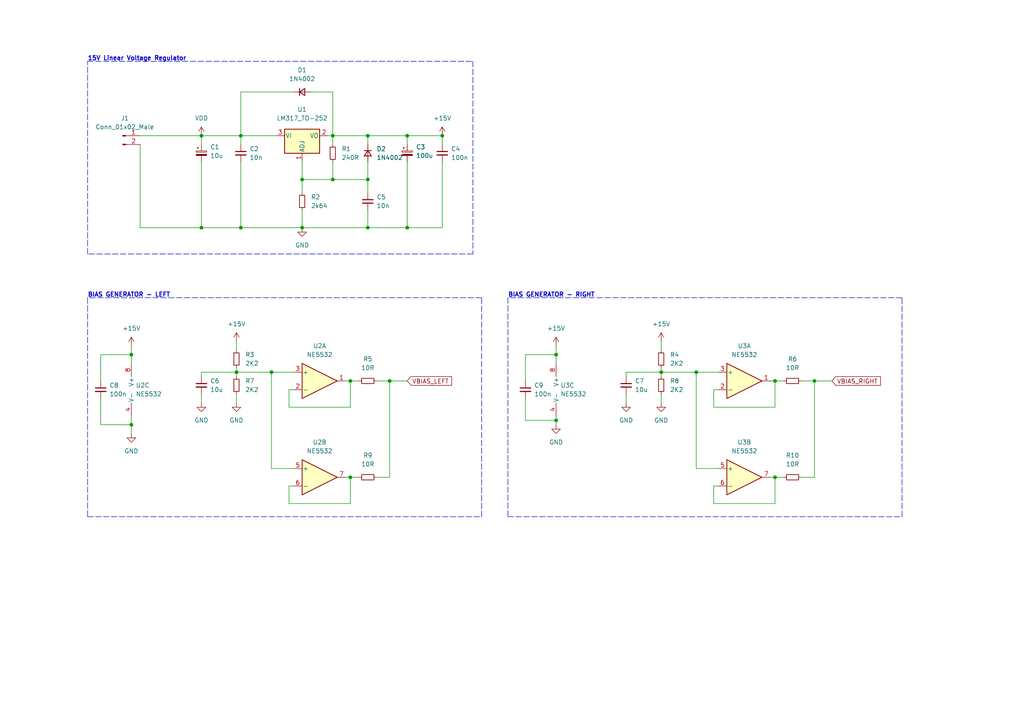
<source format=kicad_sch>
(kicad_sch (version 20211123) (generator eeschema)

  (uuid 949f7a8e-bbfa-437a-89cd-67782826bb7d)

  (paper "A4")

  (lib_symbols
    (symbol "Amplifier_Operational:NE5532" (pin_names (offset 0.127)) (in_bom yes) (on_board yes)
      (property "Reference" "U" (id 0) (at 0 5.08 0)
        (effects (font (size 1.27 1.27)) (justify left))
      )
      (property "Value" "NE5532" (id 1) (at 0 -5.08 0)
        (effects (font (size 1.27 1.27)) (justify left))
      )
      (property "Footprint" "" (id 2) (at 0 0 0)
        (effects (font (size 1.27 1.27)) hide)
      )
      (property "Datasheet" "http://www.ti.com/lit/ds/symlink/ne5532.pdf" (id 3) (at 0 0 0)
        (effects (font (size 1.27 1.27)) hide)
      )
      (property "ki_locked" "" (id 4) (at 0 0 0)
        (effects (font (size 1.27 1.27)))
      )
      (property "ki_keywords" "dual opamp" (id 5) (at 0 0 0)
        (effects (font (size 1.27 1.27)) hide)
      )
      (property "ki_description" "Dual Low-Noise Operational Amplifiers, DIP-8/SOIC-8" (id 6) (at 0 0 0)
        (effects (font (size 1.27 1.27)) hide)
      )
      (property "ki_fp_filters" "SOIC*3.9x4.9mm*P1.27mm* DIP*W7.62mm* TO*99* OnSemi*Micro8* TSSOP*3x3mm*P0.65mm* TSSOP*4.4x3mm*P0.65mm* MSOP*3x3mm*P0.65mm* SSOP*3.9x4.9mm*P0.635mm* LFCSP*2x2mm*P0.5mm* *SIP* SOIC*5.3x6.2mm*P1.27mm*" (id 7) (at 0 0 0)
        (effects (font (size 1.27 1.27)) hide)
      )
      (symbol "NE5532_1_1"
        (polyline
          (pts
            (xy -5.08 5.08)
            (xy 5.08 0)
            (xy -5.08 -5.08)
            (xy -5.08 5.08)
          )
          (stroke (width 0.254) (type default) (color 0 0 0 0))
          (fill (type background))
        )
        (pin output line (at 7.62 0 180) (length 2.54)
          (name "~" (effects (font (size 1.27 1.27))))
          (number "1" (effects (font (size 1.27 1.27))))
        )
        (pin input line (at -7.62 -2.54 0) (length 2.54)
          (name "-" (effects (font (size 1.27 1.27))))
          (number "2" (effects (font (size 1.27 1.27))))
        )
        (pin input line (at -7.62 2.54 0) (length 2.54)
          (name "+" (effects (font (size 1.27 1.27))))
          (number "3" (effects (font (size 1.27 1.27))))
        )
      )
      (symbol "NE5532_2_1"
        (polyline
          (pts
            (xy -5.08 5.08)
            (xy 5.08 0)
            (xy -5.08 -5.08)
            (xy -5.08 5.08)
          )
          (stroke (width 0.254) (type default) (color 0 0 0 0))
          (fill (type background))
        )
        (pin input line (at -7.62 2.54 0) (length 2.54)
          (name "+" (effects (font (size 1.27 1.27))))
          (number "5" (effects (font (size 1.27 1.27))))
        )
        (pin input line (at -7.62 -2.54 0) (length 2.54)
          (name "-" (effects (font (size 1.27 1.27))))
          (number "6" (effects (font (size 1.27 1.27))))
        )
        (pin output line (at 7.62 0 180) (length 2.54)
          (name "~" (effects (font (size 1.27 1.27))))
          (number "7" (effects (font (size 1.27 1.27))))
        )
      )
      (symbol "NE5532_3_1"
        (pin power_in line (at -2.54 -7.62 90) (length 3.81)
          (name "V-" (effects (font (size 1.27 1.27))))
          (number "4" (effects (font (size 1.27 1.27))))
        )
        (pin power_in line (at -2.54 7.62 270) (length 3.81)
          (name "V+" (effects (font (size 1.27 1.27))))
          (number "8" (effects (font (size 1.27 1.27))))
        )
      )
    )
    (symbol "Connector:Conn_01x02_Male" (pin_names (offset 1.016) hide) (in_bom yes) (on_board yes)
      (property "Reference" "J" (id 0) (at 0 2.54 0)
        (effects (font (size 1.27 1.27)))
      )
      (property "Value" "Conn_01x02_Male" (id 1) (at 0 -5.08 0)
        (effects (font (size 1.27 1.27)))
      )
      (property "Footprint" "" (id 2) (at 0 0 0)
        (effects (font (size 1.27 1.27)) hide)
      )
      (property "Datasheet" "~" (id 3) (at 0 0 0)
        (effects (font (size 1.27 1.27)) hide)
      )
      (property "ki_keywords" "connector" (id 4) (at 0 0 0)
        (effects (font (size 1.27 1.27)) hide)
      )
      (property "ki_description" "Generic connector, single row, 01x02, script generated (kicad-library-utils/schlib/autogen/connector/)" (id 5) (at 0 0 0)
        (effects (font (size 1.27 1.27)) hide)
      )
      (property "ki_fp_filters" "Connector*:*_1x??_*" (id 6) (at 0 0 0)
        (effects (font (size 1.27 1.27)) hide)
      )
      (symbol "Conn_01x02_Male_1_1"
        (polyline
          (pts
            (xy 1.27 -2.54)
            (xy 0.8636 -2.54)
          )
          (stroke (width 0.1524) (type default) (color 0 0 0 0))
          (fill (type none))
        )
        (polyline
          (pts
            (xy 1.27 0)
            (xy 0.8636 0)
          )
          (stroke (width 0.1524) (type default) (color 0 0 0 0))
          (fill (type none))
        )
        (rectangle (start 0.8636 -2.413) (end 0 -2.667)
          (stroke (width 0.1524) (type default) (color 0 0 0 0))
          (fill (type outline))
        )
        (rectangle (start 0.8636 0.127) (end 0 -0.127)
          (stroke (width 0.1524) (type default) (color 0 0 0 0))
          (fill (type outline))
        )
        (pin passive line (at 5.08 0 180) (length 3.81)
          (name "Pin_1" (effects (font (size 1.27 1.27))))
          (number "1" (effects (font (size 1.27 1.27))))
        )
        (pin passive line (at 5.08 -2.54 180) (length 3.81)
          (name "Pin_2" (effects (font (size 1.27 1.27))))
          (number "2" (effects (font (size 1.27 1.27))))
        )
      )
    )
    (symbol "Device:C_Polarized_Small" (pin_numbers hide) (pin_names (offset 0.254) hide) (in_bom yes) (on_board yes)
      (property "Reference" "C" (id 0) (at 0.254 1.778 0)
        (effects (font (size 1.27 1.27)) (justify left))
      )
      (property "Value" "C_Polarized_Small" (id 1) (at 0.254 -2.032 0)
        (effects (font (size 1.27 1.27)) (justify left))
      )
      (property "Footprint" "" (id 2) (at 0 0 0)
        (effects (font (size 1.27 1.27)) hide)
      )
      (property "Datasheet" "~" (id 3) (at 0 0 0)
        (effects (font (size 1.27 1.27)) hide)
      )
      (property "ki_keywords" "cap capacitor" (id 4) (at 0 0 0)
        (effects (font (size 1.27 1.27)) hide)
      )
      (property "ki_description" "Polarized capacitor, small symbol" (id 5) (at 0 0 0)
        (effects (font (size 1.27 1.27)) hide)
      )
      (property "ki_fp_filters" "CP_*" (id 6) (at 0 0 0)
        (effects (font (size 1.27 1.27)) hide)
      )
      (symbol "C_Polarized_Small_0_1"
        (rectangle (start -1.524 -0.3048) (end 1.524 -0.6858)
          (stroke (width 0) (type default) (color 0 0 0 0))
          (fill (type outline))
        )
        (rectangle (start -1.524 0.6858) (end 1.524 0.3048)
          (stroke (width 0) (type default) (color 0 0 0 0))
          (fill (type none))
        )
        (polyline
          (pts
            (xy -1.27 1.524)
            (xy -0.762 1.524)
          )
          (stroke (width 0) (type default) (color 0 0 0 0))
          (fill (type none))
        )
        (polyline
          (pts
            (xy -1.016 1.27)
            (xy -1.016 1.778)
          )
          (stroke (width 0) (type default) (color 0 0 0 0))
          (fill (type none))
        )
      )
      (symbol "C_Polarized_Small_1_1"
        (pin passive line (at 0 2.54 270) (length 1.8542)
          (name "~" (effects (font (size 1.27 1.27))))
          (number "1" (effects (font (size 1.27 1.27))))
        )
        (pin passive line (at 0 -2.54 90) (length 1.8542)
          (name "~" (effects (font (size 1.27 1.27))))
          (number "2" (effects (font (size 1.27 1.27))))
        )
      )
    )
    (symbol "Device:C_Small" (pin_numbers hide) (pin_names (offset 0.254) hide) (in_bom yes) (on_board yes)
      (property "Reference" "C" (id 0) (at 0.254 1.778 0)
        (effects (font (size 1.27 1.27)) (justify left))
      )
      (property "Value" "C_Small" (id 1) (at 0.254 -2.032 0)
        (effects (font (size 1.27 1.27)) (justify left))
      )
      (property "Footprint" "" (id 2) (at 0 0 0)
        (effects (font (size 1.27 1.27)) hide)
      )
      (property "Datasheet" "~" (id 3) (at 0 0 0)
        (effects (font (size 1.27 1.27)) hide)
      )
      (property "ki_keywords" "capacitor cap" (id 4) (at 0 0 0)
        (effects (font (size 1.27 1.27)) hide)
      )
      (property "ki_description" "Unpolarized capacitor, small symbol" (id 5) (at 0 0 0)
        (effects (font (size 1.27 1.27)) hide)
      )
      (property "ki_fp_filters" "C_*" (id 6) (at 0 0 0)
        (effects (font (size 1.27 1.27)) hide)
      )
      (symbol "C_Small_0_1"
        (polyline
          (pts
            (xy -1.524 -0.508)
            (xy 1.524 -0.508)
          )
          (stroke (width 0.3302) (type default) (color 0 0 0 0))
          (fill (type none))
        )
        (polyline
          (pts
            (xy -1.524 0.508)
            (xy 1.524 0.508)
          )
          (stroke (width 0.3048) (type default) (color 0 0 0 0))
          (fill (type none))
        )
      )
      (symbol "C_Small_1_1"
        (pin passive line (at 0 2.54 270) (length 2.032)
          (name "~" (effects (font (size 1.27 1.27))))
          (number "1" (effects (font (size 1.27 1.27))))
        )
        (pin passive line (at 0 -2.54 90) (length 2.032)
          (name "~" (effects (font (size 1.27 1.27))))
          (number "2" (effects (font (size 1.27 1.27))))
        )
      )
    )
    (symbol "Device:D_Small" (pin_numbers hide) (pin_names (offset 0.254) hide) (in_bom yes) (on_board yes)
      (property "Reference" "D" (id 0) (at -1.27 2.032 0)
        (effects (font (size 1.27 1.27)) (justify left))
      )
      (property "Value" "D_Small" (id 1) (at -3.81 -2.032 0)
        (effects (font (size 1.27 1.27)) (justify left))
      )
      (property "Footprint" "" (id 2) (at 0 0 90)
        (effects (font (size 1.27 1.27)) hide)
      )
      (property "Datasheet" "~" (id 3) (at 0 0 90)
        (effects (font (size 1.27 1.27)) hide)
      )
      (property "ki_keywords" "diode" (id 4) (at 0 0 0)
        (effects (font (size 1.27 1.27)) hide)
      )
      (property "ki_description" "Diode, small symbol" (id 5) (at 0 0 0)
        (effects (font (size 1.27 1.27)) hide)
      )
      (property "ki_fp_filters" "TO-???* *_Diode_* *SingleDiode* D_*" (id 6) (at 0 0 0)
        (effects (font (size 1.27 1.27)) hide)
      )
      (symbol "D_Small_0_1"
        (polyline
          (pts
            (xy -0.762 -1.016)
            (xy -0.762 1.016)
          )
          (stroke (width 0.254) (type default) (color 0 0 0 0))
          (fill (type none))
        )
        (polyline
          (pts
            (xy -0.762 0)
            (xy 0.762 0)
          )
          (stroke (width 0) (type default) (color 0 0 0 0))
          (fill (type none))
        )
        (polyline
          (pts
            (xy 0.762 -1.016)
            (xy -0.762 0)
            (xy 0.762 1.016)
            (xy 0.762 -1.016)
          )
          (stroke (width 0.254) (type default) (color 0 0 0 0))
          (fill (type none))
        )
      )
      (symbol "D_Small_1_1"
        (pin passive line (at -2.54 0 0) (length 1.778)
          (name "K" (effects (font (size 1.27 1.27))))
          (number "1" (effects (font (size 1.27 1.27))))
        )
        (pin passive line (at 2.54 0 180) (length 1.778)
          (name "A" (effects (font (size 1.27 1.27))))
          (number "2" (effects (font (size 1.27 1.27))))
        )
      )
    )
    (symbol "Device:R_Small" (pin_numbers hide) (pin_names (offset 0.254) hide) (in_bom yes) (on_board yes)
      (property "Reference" "R" (id 0) (at 0.762 0.508 0)
        (effects (font (size 1.27 1.27)) (justify left))
      )
      (property "Value" "R_Small" (id 1) (at 0.762 -1.016 0)
        (effects (font (size 1.27 1.27)) (justify left))
      )
      (property "Footprint" "" (id 2) (at 0 0 0)
        (effects (font (size 1.27 1.27)) hide)
      )
      (property "Datasheet" "~" (id 3) (at 0 0 0)
        (effects (font (size 1.27 1.27)) hide)
      )
      (property "ki_keywords" "R resistor" (id 4) (at 0 0 0)
        (effects (font (size 1.27 1.27)) hide)
      )
      (property "ki_description" "Resistor, small symbol" (id 5) (at 0 0 0)
        (effects (font (size 1.27 1.27)) hide)
      )
      (property "ki_fp_filters" "R_*" (id 6) (at 0 0 0)
        (effects (font (size 1.27 1.27)) hide)
      )
      (symbol "R_Small_0_1"
        (rectangle (start -0.762 1.778) (end 0.762 -1.778)
          (stroke (width 0.2032) (type default) (color 0 0 0 0))
          (fill (type none))
        )
      )
      (symbol "R_Small_1_1"
        (pin passive line (at 0 2.54 270) (length 0.762)
          (name "~" (effects (font (size 1.27 1.27))))
          (number "1" (effects (font (size 1.27 1.27))))
        )
        (pin passive line (at 0 -2.54 90) (length 0.762)
          (name "~" (effects (font (size 1.27 1.27))))
          (number "2" (effects (font (size 1.27 1.27))))
        )
      )
    )
    (symbol "Regulator_Linear:LM317_TO-252" (pin_names (offset 0.254)) (in_bom yes) (on_board yes)
      (property "Reference" "U" (id 0) (at -3.81 3.175 0)
        (effects (font (size 1.27 1.27)))
      )
      (property "Value" "LM317_TO-252" (id 1) (at 0 3.175 0)
        (effects (font (size 1.27 1.27)) (justify left))
      )
      (property "Footprint" "Package_TO_SOT_SMD:TO-252-2" (id 2) (at 0 6.35 0)
        (effects (font (size 1.27 1.27) italic) hide)
      )
      (property "Datasheet" "http://www.ti.com/lit/ds/snvs774n/snvs774n.pdf" (id 3) (at 0 0 0)
        (effects (font (size 1.27 1.27)) hide)
      )
      (property "ki_keywords" "Adjustable Voltage Regulator 1A Positive" (id 4) (at 0 0 0)
        (effects (font (size 1.27 1.27)) hide)
      )
      (property "ki_description" "1.5A 35V Adjustable Linear Regulator, TO-252" (id 5) (at 0 0 0)
        (effects (font (size 1.27 1.27)) hide)
      )
      (property "ki_fp_filters" "TO?252*" (id 6) (at 0 0 0)
        (effects (font (size 1.27 1.27)) hide)
      )
      (symbol "LM317_TO-252_0_1"
        (rectangle (start -5.08 1.905) (end 5.08 -5.08)
          (stroke (width 0.254) (type default) (color 0 0 0 0))
          (fill (type background))
        )
      )
      (symbol "LM317_TO-252_1_1"
        (pin input line (at 0 -7.62 90) (length 2.54)
          (name "ADJ" (effects (font (size 1.27 1.27))))
          (number "1" (effects (font (size 1.27 1.27))))
        )
        (pin power_out line (at 7.62 0 180) (length 2.54)
          (name "VO" (effects (font (size 1.27 1.27))))
          (number "2" (effects (font (size 1.27 1.27))))
        )
        (pin power_in line (at -7.62 0 0) (length 2.54)
          (name "VI" (effects (font (size 1.27 1.27))))
          (number "3" (effects (font (size 1.27 1.27))))
        )
      )
    )
    (symbol "power:+15V" (power) (pin_names (offset 0)) (in_bom yes) (on_board yes)
      (property "Reference" "#PWR" (id 0) (at 0 -3.81 0)
        (effects (font (size 1.27 1.27)) hide)
      )
      (property "Value" "+15V" (id 1) (at 0 3.556 0)
        (effects (font (size 1.27 1.27)))
      )
      (property "Footprint" "" (id 2) (at 0 0 0)
        (effects (font (size 1.27 1.27)) hide)
      )
      (property "Datasheet" "" (id 3) (at 0 0 0)
        (effects (font (size 1.27 1.27)) hide)
      )
      (property "ki_keywords" "power-flag" (id 4) (at 0 0 0)
        (effects (font (size 1.27 1.27)) hide)
      )
      (property "ki_description" "Power symbol creates a global label with name \"+15V\"" (id 5) (at 0 0 0)
        (effects (font (size 1.27 1.27)) hide)
      )
      (symbol "+15V_0_1"
        (polyline
          (pts
            (xy -0.762 1.27)
            (xy 0 2.54)
          )
          (stroke (width 0) (type default) (color 0 0 0 0))
          (fill (type none))
        )
        (polyline
          (pts
            (xy 0 0)
            (xy 0 2.54)
          )
          (stroke (width 0) (type default) (color 0 0 0 0))
          (fill (type none))
        )
        (polyline
          (pts
            (xy 0 2.54)
            (xy 0.762 1.27)
          )
          (stroke (width 0) (type default) (color 0 0 0 0))
          (fill (type none))
        )
      )
      (symbol "+15V_1_1"
        (pin power_in line (at 0 0 90) (length 0) hide
          (name "+15V" (effects (font (size 1.27 1.27))))
          (number "1" (effects (font (size 1.27 1.27))))
        )
      )
    )
    (symbol "power:GND" (power) (pin_names (offset 0)) (in_bom yes) (on_board yes)
      (property "Reference" "#PWR" (id 0) (at 0 -6.35 0)
        (effects (font (size 1.27 1.27)) hide)
      )
      (property "Value" "GND" (id 1) (at 0 -3.81 0)
        (effects (font (size 1.27 1.27)))
      )
      (property "Footprint" "" (id 2) (at 0 0 0)
        (effects (font (size 1.27 1.27)) hide)
      )
      (property "Datasheet" "" (id 3) (at 0 0 0)
        (effects (font (size 1.27 1.27)) hide)
      )
      (property "ki_keywords" "power-flag" (id 4) (at 0 0 0)
        (effects (font (size 1.27 1.27)) hide)
      )
      (property "ki_description" "Power symbol creates a global label with name \"GND\" , ground" (id 5) (at 0 0 0)
        (effects (font (size 1.27 1.27)) hide)
      )
      (symbol "GND_0_1"
        (polyline
          (pts
            (xy 0 0)
            (xy 0 -1.27)
            (xy 1.27 -1.27)
            (xy 0 -2.54)
            (xy -1.27 -1.27)
            (xy 0 -1.27)
          )
          (stroke (width 0) (type default) (color 0 0 0 0))
          (fill (type none))
        )
      )
      (symbol "GND_1_1"
        (pin power_in line (at 0 0 270) (length 0) hide
          (name "GND" (effects (font (size 1.27 1.27))))
          (number "1" (effects (font (size 1.27 1.27))))
        )
      )
    )
    (symbol "power:VDD" (power) (pin_names (offset 0)) (in_bom yes) (on_board yes)
      (property "Reference" "#PWR" (id 0) (at 0 -3.81 0)
        (effects (font (size 1.27 1.27)) hide)
      )
      (property "Value" "VDD" (id 1) (at 0 3.81 0)
        (effects (font (size 1.27 1.27)))
      )
      (property "Footprint" "" (id 2) (at 0 0 0)
        (effects (font (size 1.27 1.27)) hide)
      )
      (property "Datasheet" "" (id 3) (at 0 0 0)
        (effects (font (size 1.27 1.27)) hide)
      )
      (property "ki_keywords" "power-flag" (id 4) (at 0 0 0)
        (effects (font (size 1.27 1.27)) hide)
      )
      (property "ki_description" "Power symbol creates a global label with name \"VDD\"" (id 5) (at 0 0 0)
        (effects (font (size 1.27 1.27)) hide)
      )
      (symbol "VDD_0_1"
        (polyline
          (pts
            (xy -0.762 1.27)
            (xy 0 2.54)
          )
          (stroke (width 0) (type default) (color 0 0 0 0))
          (fill (type none))
        )
        (polyline
          (pts
            (xy 0 0)
            (xy 0 2.54)
          )
          (stroke (width 0) (type default) (color 0 0 0 0))
          (fill (type none))
        )
        (polyline
          (pts
            (xy 0 2.54)
            (xy 0.762 1.27)
          )
          (stroke (width 0) (type default) (color 0 0 0 0))
          (fill (type none))
        )
      )
      (symbol "VDD_1_1"
        (pin power_in line (at 0 0 90) (length 0) hide
          (name "VDD" (effects (font (size 1.27 1.27))))
          (number "1" (effects (font (size 1.27 1.27))))
        )
      )
    )
  )


  (junction (at 69.85 66.04) (diameter 0) (color 0 0 0 0)
    (uuid 0b69776f-0d89-4343-aaaa-322c761127e4)
  )
  (junction (at 161.29 102.87) (diameter 0) (color 0 0 0 0)
    (uuid 1435d88c-c2c1-4743-be8b-fd8b5181a673)
  )
  (junction (at 96.52 39.37) (diameter 0) (color 0 0 0 0)
    (uuid 1b7f66c0-be26-42de-9a79-b6bfdfd3cf0e)
  )
  (junction (at 224.79 138.43) (diameter 0) (color 0 0 0 0)
    (uuid 2300db7c-b3e5-4348-bf28-aa5d88417276)
  )
  (junction (at 38.1 102.87) (diameter 0) (color 0 0 0 0)
    (uuid 2afb80ba-f45f-4f2f-bac3-83ef2f0e298f)
  )
  (junction (at 78.74 107.95) (diameter 0) (color 0 0 0 0)
    (uuid 34d15803-3009-421c-a1d0-3b599d05034e)
  )
  (junction (at 101.6 110.49) (diameter 0) (color 0 0 0 0)
    (uuid 421b7c0f-da8e-422a-93bb-63e2e853d4e4)
  )
  (junction (at 161.29 121.92) (diameter 0) (color 0 0 0 0)
    (uuid 4a0b33ad-bc59-4c2a-bcae-44041f55b6a3)
  )
  (junction (at 68.58 107.95) (diameter 0) (color 0 0 0 0)
    (uuid 5021a925-a64a-4129-a7dc-61bec2ba7840)
  )
  (junction (at 106.68 66.04) (diameter 0) (color 0 0 0 0)
    (uuid 5168000d-4d50-46c0-ba60-5e3e479d9d38)
  )
  (junction (at 58.42 66.04) (diameter 0) (color 0 0 0 0)
    (uuid 54b6d310-5a84-490c-bccb-b66de0f17f32)
  )
  (junction (at 201.93 107.95) (diameter 0) (color 0 0 0 0)
    (uuid 6758e95f-2a19-491d-bb59-36fbaadfbfdf)
  )
  (junction (at 87.63 66.04) (diameter 0) (color 0 0 0 0)
    (uuid 69fc17a8-c5e5-464f-8a84-de06cbf9fc4b)
  )
  (junction (at 38.1 123.19) (diameter 0) (color 0 0 0 0)
    (uuid 6da9b8d5-75e7-4fbd-a63e-2bb082dab2df)
  )
  (junction (at 106.68 52.07) (diameter 0) (color 0 0 0 0)
    (uuid 7d4963bb-a6e8-425b-a9d4-98168fa763fb)
  )
  (junction (at 58.42 39.37) (diameter 0) (color 0 0 0 0)
    (uuid 7fae9e3f-d082-4ead-ba25-16b7fe78a153)
  )
  (junction (at 236.22 110.49) (diameter 0) (color 0 0 0 0)
    (uuid 93f533e8-ee2c-49c4-9dd3-477316bd4f2d)
  )
  (junction (at 128.27 39.37) (diameter 0) (color 0 0 0 0)
    (uuid a170f1b1-ceb3-43f5-a4e6-00058cd189f0)
  )
  (junction (at 118.11 66.04) (diameter 0) (color 0 0 0 0)
    (uuid a50e7838-bb9a-41b0-9b8d-d6e699cee306)
  )
  (junction (at 96.52 52.07) (diameter 0) (color 0 0 0 0)
    (uuid abed67b9-d185-485b-ad77-ea78703e3972)
  )
  (junction (at 69.85 39.37) (diameter 0) (color 0 0 0 0)
    (uuid b7ddb444-3aee-4d2e-bd42-d3168bc690eb)
  )
  (junction (at 106.68 39.37) (diameter 0) (color 0 0 0 0)
    (uuid bb74607b-a86b-47ee-9bed-2e1d871ec3c9)
  )
  (junction (at 191.77 107.95) (diameter 0) (color 0 0 0 0)
    (uuid bc64c87c-58d1-44b5-b5d5-ceaef96a74ad)
  )
  (junction (at 118.11 39.37) (diameter 0) (color 0 0 0 0)
    (uuid be585f97-f41c-4b41-b70f-7185428ee033)
  )
  (junction (at 224.79 110.49) (diameter 0) (color 0 0 0 0)
    (uuid c06ad7be-184f-45ba-a0ec-657ea2176466)
  )
  (junction (at 87.63 52.07) (diameter 0) (color 0 0 0 0)
    (uuid e4075e0c-a0db-42f1-ac39-556c4386d7eb)
  )
  (junction (at 113.03 110.49) (diameter 0) (color 0 0 0 0)
    (uuid e7477784-3c99-40de-a669-3ab979233977)
  )
  (junction (at 101.6 138.43) (diameter 0) (color 0 0 0 0)
    (uuid fbe56467-b792-47dd-ab3f-47144ebf3e7e)
  )

  (wire (pts (xy 201.93 107.95) (xy 201.93 135.89))
    (stroke (width 0) (type default) (color 0 0 0 0))
    (uuid 03038812-fb68-46d6-80b5-afa905bcbac4)
  )
  (wire (pts (xy 191.77 107.95) (xy 191.77 109.22))
    (stroke (width 0) (type default) (color 0 0 0 0))
    (uuid 0577a29e-2ad2-4f64-a80e-b76688665433)
  )
  (wire (pts (xy 181.61 107.95) (xy 191.77 107.95))
    (stroke (width 0) (type default) (color 0 0 0 0))
    (uuid 0af9a943-ec3f-4462-a27c-cc68dd59148e)
  )
  (polyline (pts (xy 137.16 17.78) (xy 137.16 73.66))
    (stroke (width 0) (type default) (color 0 0 0 0))
    (uuid 0c0acaf8-9f7b-4aa4-9936-e765271cf742)
  )
  (polyline (pts (xy 139.7 149.86) (xy 139.7 86.36))
    (stroke (width 0) (type default) (color 0 0 0 0))
    (uuid 0d09399c-dd5d-4fd8-8bf4-2c9212cc886c)
  )

  (wire (pts (xy 101.6 138.43) (xy 104.14 138.43))
    (stroke (width 0) (type default) (color 0 0 0 0))
    (uuid 10b3ec4a-097a-4ab3-bb37-7a0a44b73175)
  )
  (wire (pts (xy 191.77 114.3) (xy 191.77 116.84))
    (stroke (width 0) (type default) (color 0 0 0 0))
    (uuid 2529e74e-ede5-4cb7-a87e-f4aa13268df7)
  )
  (wire (pts (xy 208.28 113.03) (xy 207.01 113.03))
    (stroke (width 0) (type default) (color 0 0 0 0))
    (uuid 25c94e7a-2c69-4b64-a6f9-a353238c9285)
  )
  (polyline (pts (xy 25.4 86.36) (xy 25.4 149.86))
    (stroke (width 0) (type default) (color 0 0 0 0))
    (uuid 265e2da9-45dc-4655-a924-57b23fa07e37)
  )

  (wire (pts (xy 96.52 39.37) (xy 106.68 39.37))
    (stroke (width 0) (type default) (color 0 0 0 0))
    (uuid 271742f0-76b3-460c-8d1d-65ab47608fdf)
  )
  (wire (pts (xy 223.52 138.43) (xy 224.79 138.43))
    (stroke (width 0) (type default) (color 0 0 0 0))
    (uuid 283a94e8-6faa-432a-b9fc-8e0f86c69529)
  )
  (wire (pts (xy 87.63 60.96) (xy 87.63 66.04))
    (stroke (width 0) (type default) (color 0 0 0 0))
    (uuid 29580ed6-da01-4788-ac56-b9d0383bdc05)
  )
  (wire (pts (xy 181.61 109.22) (xy 181.61 107.95))
    (stroke (width 0) (type default) (color 0 0 0 0))
    (uuid 2b17c162-b0b6-480f-85f1-4b74919a1a66)
  )
  (wire (pts (xy 224.79 110.49) (xy 224.79 118.11))
    (stroke (width 0) (type default) (color 0 0 0 0))
    (uuid 2ba561cf-1cb1-45c5-983b-b2b46b5d8775)
  )
  (wire (pts (xy 29.21 102.87) (xy 38.1 102.87))
    (stroke (width 0) (type default) (color 0 0 0 0))
    (uuid 2e1e3699-c79c-4ed7-bdf0-60aa34df84fd)
  )
  (wire (pts (xy 78.74 107.95) (xy 68.58 107.95))
    (stroke (width 0) (type default) (color 0 0 0 0))
    (uuid 2ebc2c83-c019-42cb-a4ce-ec0313308a79)
  )
  (wire (pts (xy 106.68 39.37) (xy 106.68 41.91))
    (stroke (width 0) (type default) (color 0 0 0 0))
    (uuid 303b1653-8310-44ab-988c-bd13a546face)
  )
  (wire (pts (xy 152.4 110.49) (xy 152.4 102.87))
    (stroke (width 0) (type default) (color 0 0 0 0))
    (uuid 322f1cc8-4c02-4383-a052-42ffb4923626)
  )
  (wire (pts (xy 96.52 39.37) (xy 96.52 41.91))
    (stroke (width 0) (type default) (color 0 0 0 0))
    (uuid 32a095de-9ad9-4dbd-9abf-6a63fbfd35e0)
  )
  (wire (pts (xy 128.27 66.04) (xy 118.11 66.04))
    (stroke (width 0) (type default) (color 0 0 0 0))
    (uuid 34a49db1-2754-4864-9669-78db2959edbb)
  )
  (wire (pts (xy 40.64 39.37) (xy 58.42 39.37))
    (stroke (width 0) (type default) (color 0 0 0 0))
    (uuid 3535d88e-0d79-40ea-a252-9dd850e58f98)
  )
  (wire (pts (xy 38.1 100.33) (xy 38.1 102.87))
    (stroke (width 0) (type default) (color 0 0 0 0))
    (uuid 389e7b0f-9c21-4e10-b4ab-441ea47838ae)
  )
  (wire (pts (xy 96.52 52.07) (xy 106.68 52.07))
    (stroke (width 0) (type default) (color 0 0 0 0))
    (uuid 3aee28d8-9336-41cf-87de-3640bd0ea6af)
  )
  (wire (pts (xy 85.09 26.67) (xy 69.85 26.67))
    (stroke (width 0) (type default) (color 0 0 0 0))
    (uuid 3c49657b-d2f6-4c4a-bd34-9fcd45dbb430)
  )
  (wire (pts (xy 161.29 120.65) (xy 161.29 121.92))
    (stroke (width 0) (type default) (color 0 0 0 0))
    (uuid 3c7c03fa-c45d-43c7-83f6-def3dfa7493a)
  )
  (wire (pts (xy 118.11 39.37) (xy 128.27 39.37))
    (stroke (width 0) (type default) (color 0 0 0 0))
    (uuid 4a7a1099-eda2-4464-bb0d-fc879eff8a9c)
  )
  (wire (pts (xy 69.85 46.99) (xy 69.85 66.04))
    (stroke (width 0) (type default) (color 0 0 0 0))
    (uuid 4acbe93a-eeb2-49c3-8818-651a0e0a66cb)
  )
  (wire (pts (xy 78.74 107.95) (xy 78.74 135.89))
    (stroke (width 0) (type default) (color 0 0 0 0))
    (uuid 4b8a5863-6191-40a0-aff0-7c4d909f4c26)
  )
  (wire (pts (xy 87.63 52.07) (xy 96.52 52.07))
    (stroke (width 0) (type default) (color 0 0 0 0))
    (uuid 4c3dde5c-664a-4c27-9f17-19575b29e0c7)
  )
  (wire (pts (xy 38.1 123.19) (xy 38.1 125.73))
    (stroke (width 0) (type default) (color 0 0 0 0))
    (uuid 4f570442-348f-4b3e-a918-abe157375def)
  )
  (wire (pts (xy 113.03 110.49) (xy 118.11 110.49))
    (stroke (width 0) (type default) (color 0 0 0 0))
    (uuid 507961c7-a287-4f26-9320-63fba4ec6490)
  )
  (wire (pts (xy 106.68 39.37) (xy 118.11 39.37))
    (stroke (width 0) (type default) (color 0 0 0 0))
    (uuid 50c09b95-cf58-455e-921e-98942a5fe19f)
  )
  (wire (pts (xy 68.58 99.06) (xy 68.58 101.6))
    (stroke (width 0) (type default) (color 0 0 0 0))
    (uuid 53a891dd-2b7b-42b0-af21-2ffaaa7f8777)
  )
  (polyline (pts (xy 25.4 149.86) (xy 139.7 149.86))
    (stroke (width 0) (type default) (color 0 0 0 0))
    (uuid 56afc99a-2ef1-4d21-bef5-1a83586ed8d9)
  )

  (wire (pts (xy 58.42 109.22) (xy 58.42 107.95))
    (stroke (width 0) (type default) (color 0 0 0 0))
    (uuid 56da0e56-ac80-4ab1-a053-3a4e352ca1a5)
  )
  (wire (pts (xy 58.42 107.95) (xy 68.58 107.95))
    (stroke (width 0) (type default) (color 0 0 0 0))
    (uuid 5a0caafb-4fff-4aea-90ed-6881508a5d9f)
  )
  (wire (pts (xy 208.28 107.95) (xy 201.93 107.95))
    (stroke (width 0) (type default) (color 0 0 0 0))
    (uuid 5bb5277a-6207-4dd0-ac32-c5df1a4aa9f8)
  )
  (wire (pts (xy 181.61 114.3) (xy 181.61 116.84))
    (stroke (width 0) (type default) (color 0 0 0 0))
    (uuid 5d61dc7c-5703-401b-a509-85d4de3af240)
  )
  (wire (pts (xy 109.22 138.43) (xy 113.03 138.43))
    (stroke (width 0) (type default) (color 0 0 0 0))
    (uuid 5e10dc1a-0e5f-4792-82f2-52fd76e73b09)
  )
  (wire (pts (xy 223.52 110.49) (xy 224.79 110.49))
    (stroke (width 0) (type default) (color 0 0 0 0))
    (uuid 60d0f4c3-ed3b-4e39-b4d2-d9995c7e0eff)
  )
  (wire (pts (xy 232.41 110.49) (xy 236.22 110.49))
    (stroke (width 0) (type default) (color 0 0 0 0))
    (uuid 6120eebf-9fd2-4d5a-8e95-7a3857b957e1)
  )
  (wire (pts (xy 113.03 138.43) (xy 113.03 110.49))
    (stroke (width 0) (type default) (color 0 0 0 0))
    (uuid 64010ac2-8a24-44fe-afa5-8a399d04fb25)
  )
  (wire (pts (xy 236.22 110.49) (xy 241.3 110.49))
    (stroke (width 0) (type default) (color 0 0 0 0))
    (uuid 65a31fd2-77ea-4868-8f8a-faea90d1c7b6)
  )
  (wire (pts (xy 38.1 123.19) (xy 29.21 123.19))
    (stroke (width 0) (type default) (color 0 0 0 0))
    (uuid 6c840451-6d0e-46c4-94f7-19132eac7882)
  )
  (wire (pts (xy 224.79 146.05) (xy 224.79 138.43))
    (stroke (width 0) (type default) (color 0 0 0 0))
    (uuid 6d780021-3023-427f-bc0d-cf5dba40ec8d)
  )
  (wire (pts (xy 128.27 46.99) (xy 128.27 66.04))
    (stroke (width 0) (type default) (color 0 0 0 0))
    (uuid 6ea71dce-3443-43e9-b586-9a6b46e885f2)
  )
  (wire (pts (xy 85.09 140.97) (xy 83.82 140.97))
    (stroke (width 0) (type default) (color 0 0 0 0))
    (uuid 6fc5aafb-5a22-4bda-8f08-f38eb0e112cc)
  )
  (wire (pts (xy 201.93 107.95) (xy 191.77 107.95))
    (stroke (width 0) (type default) (color 0 0 0 0))
    (uuid 725df237-d438-4c48-8395-965b13623b3f)
  )
  (wire (pts (xy 101.6 110.49) (xy 101.6 118.11))
    (stroke (width 0) (type default) (color 0 0 0 0))
    (uuid 73d27ebc-a224-48b1-918a-4bc9255b7071)
  )
  (wire (pts (xy 90.17 26.67) (xy 96.52 26.67))
    (stroke (width 0) (type default) (color 0 0 0 0))
    (uuid 74eb4737-44fc-4c65-a53e-e28b2ae883c6)
  )
  (wire (pts (xy 191.77 99.06) (xy 191.77 101.6))
    (stroke (width 0) (type default) (color 0 0 0 0))
    (uuid 77c5fe55-404a-4726-afa3-00ca430617b5)
  )
  (wire (pts (xy 40.64 66.04) (xy 58.42 66.04))
    (stroke (width 0) (type default) (color 0 0 0 0))
    (uuid 78f25261-3c85-409d-b907-76904c8059a7)
  )
  (wire (pts (xy 118.11 66.04) (xy 106.68 66.04))
    (stroke (width 0) (type default) (color 0 0 0 0))
    (uuid 791b0497-6cb0-421a-96e8-5384e04009d3)
  )
  (wire (pts (xy 69.85 26.67) (xy 69.85 39.37))
    (stroke (width 0) (type default) (color 0 0 0 0))
    (uuid 79b8a9ca-8152-4f73-999b-f8330a6294f9)
  )
  (wire (pts (xy 95.25 39.37) (xy 96.52 39.37))
    (stroke (width 0) (type default) (color 0 0 0 0))
    (uuid 79bfbd2f-d120-4bb9-b75e-4a2b67982552)
  )
  (wire (pts (xy 69.85 39.37) (xy 80.01 39.37))
    (stroke (width 0) (type default) (color 0 0 0 0))
    (uuid 7b3a1531-48eb-415d-b7ea-81b20754c60d)
  )
  (wire (pts (xy 207.01 146.05) (xy 224.79 146.05))
    (stroke (width 0) (type default) (color 0 0 0 0))
    (uuid 7e355ed8-8a2a-4f85-bda3-bf5bcfa44b19)
  )
  (wire (pts (xy 58.42 66.04) (xy 58.42 46.99))
    (stroke (width 0) (type default) (color 0 0 0 0))
    (uuid 80578135-dc80-471f-8552-d8b5eeccece3)
  )
  (wire (pts (xy 232.41 138.43) (xy 236.22 138.43))
    (stroke (width 0) (type default) (color 0 0 0 0))
    (uuid 811fb25e-fe71-4929-a9f5-c0185d687728)
  )
  (wire (pts (xy 207.01 140.97) (xy 207.01 146.05))
    (stroke (width 0) (type default) (color 0 0 0 0))
    (uuid 86ea8e39-4da9-4306-9622-6aa6b0068032)
  )
  (wire (pts (xy 152.4 102.87) (xy 161.29 102.87))
    (stroke (width 0) (type default) (color 0 0 0 0))
    (uuid 87ca85bb-038b-4671-ae98-2fb79e402622)
  )
  (polyline (pts (xy 147.32 149.86) (xy 261.62 149.86))
    (stroke (width 0) (type default) (color 0 0 0 0))
    (uuid 8982f2bd-72e8-4144-856a-e2a8d3c71170)
  )

  (wire (pts (xy 83.82 118.11) (xy 101.6 118.11))
    (stroke (width 0) (type default) (color 0 0 0 0))
    (uuid 8ed8a079-5bba-4fe7-9a64-2e7e399fae7b)
  )
  (wire (pts (xy 69.85 39.37) (xy 69.85 41.91))
    (stroke (width 0) (type default) (color 0 0 0 0))
    (uuid 91014827-ea7d-4540-9b03-db7d5da46b0b)
  )
  (wire (pts (xy 68.58 114.3) (xy 68.58 116.84))
    (stroke (width 0) (type default) (color 0 0 0 0))
    (uuid 912d8203-d4bb-4778-b48c-275f18e66581)
  )
  (wire (pts (xy 224.79 110.49) (xy 227.33 110.49))
    (stroke (width 0) (type default) (color 0 0 0 0))
    (uuid 931f115b-b626-4e1e-a99d-84740f8120c9)
  )
  (wire (pts (xy 161.29 121.92) (xy 161.29 123.19))
    (stroke (width 0) (type default) (color 0 0 0 0))
    (uuid 93256459-ab07-4c83-a6c5-06723695cbb3)
  )
  (wire (pts (xy 106.68 46.99) (xy 106.68 52.07))
    (stroke (width 0) (type default) (color 0 0 0 0))
    (uuid 96877cbe-eafa-4368-b8a9-5d38baab6824)
  )
  (wire (pts (xy 128.27 39.37) (xy 128.27 41.91))
    (stroke (width 0) (type default) (color 0 0 0 0))
    (uuid 97c9f282-6bbf-4752-be4d-b928ed0b66fc)
  )
  (wire (pts (xy 100.33 110.49) (xy 101.6 110.49))
    (stroke (width 0) (type default) (color 0 0 0 0))
    (uuid 9b888b5b-c868-4dd8-9e91-2b9eb570e6f9)
  )
  (wire (pts (xy 96.52 46.99) (xy 96.52 52.07))
    (stroke (width 0) (type default) (color 0 0 0 0))
    (uuid 9b9c5d5b-fa58-43e5-b7b8-d8a44f59d268)
  )
  (wire (pts (xy 106.68 52.07) (xy 106.68 55.88))
    (stroke (width 0) (type default) (color 0 0 0 0))
    (uuid 9c29749a-2040-4ec7-8955-d061799fdd2e)
  )
  (wire (pts (xy 208.28 135.89) (xy 201.93 135.89))
    (stroke (width 0) (type default) (color 0 0 0 0))
    (uuid 9eb4bf3d-2639-4c72-97a1-632b6dd5ca82)
  )
  (wire (pts (xy 29.21 110.49) (xy 29.21 102.87))
    (stroke (width 0) (type default) (color 0 0 0 0))
    (uuid a0c37d5f-4cfc-48a3-879f-85c10863dfbd)
  )
  (wire (pts (xy 236.22 138.43) (xy 236.22 110.49))
    (stroke (width 0) (type default) (color 0 0 0 0))
    (uuid a7c32d49-32ca-44a6-bda5-803d0b0c5f72)
  )
  (wire (pts (xy 208.28 140.97) (xy 207.01 140.97))
    (stroke (width 0) (type default) (color 0 0 0 0))
    (uuid aa130f62-823d-4963-8244-498406db2fdf)
  )
  (wire (pts (xy 83.82 140.97) (xy 83.82 146.05))
    (stroke (width 0) (type default) (color 0 0 0 0))
    (uuid ac7cc09e-b13e-46e1-8b44-60cc2bc73b6b)
  )
  (wire (pts (xy 68.58 106.68) (xy 68.58 107.95))
    (stroke (width 0) (type default) (color 0 0 0 0))
    (uuid adcc1212-88c5-4844-95a0-4fd50938e385)
  )
  (wire (pts (xy 100.33 138.43) (xy 101.6 138.43))
    (stroke (width 0) (type default) (color 0 0 0 0))
    (uuid af43360f-b61e-4ad2-9622-35be2eae087d)
  )
  (wire (pts (xy 161.29 100.33) (xy 161.29 102.87))
    (stroke (width 0) (type default) (color 0 0 0 0))
    (uuid afb108d6-80a6-47c8-a391-b708a97ac1c1)
  )
  (wire (pts (xy 106.68 66.04) (xy 87.63 66.04))
    (stroke (width 0) (type default) (color 0 0 0 0))
    (uuid b14dcdfe-b239-4935-9d39-0fe060a7d47f)
  )
  (wire (pts (xy 152.4 121.92) (xy 161.29 121.92))
    (stroke (width 0) (type default) (color 0 0 0 0))
    (uuid b372153c-cb47-46f6-a97f-f59e93146537)
  )
  (wire (pts (xy 87.63 52.07) (xy 87.63 55.88))
    (stroke (width 0) (type default) (color 0 0 0 0))
    (uuid b94a1467-6b8b-42b4-93d2-38034c20a021)
  )
  (polyline (pts (xy 261.62 86.36) (xy 147.32 86.36))
    (stroke (width 0) (type default) (color 0 0 0 0))
    (uuid b97a465a-4402-4cdd-92d4-4dada984f3ae)
  )

  (wire (pts (xy 118.11 39.37) (xy 118.11 41.91))
    (stroke (width 0) (type default) (color 0 0 0 0))
    (uuid b9e1958a-8eab-491c-abe5-322f7a53043d)
  )
  (wire (pts (xy 87.63 46.99) (xy 87.63 52.07))
    (stroke (width 0) (type default) (color 0 0 0 0))
    (uuid ba22525b-b2eb-4e84-8279-7cda82f3817f)
  )
  (wire (pts (xy 207.01 113.03) (xy 207.01 118.11))
    (stroke (width 0) (type default) (color 0 0 0 0))
    (uuid ba684937-f316-420c-bc73-4cf8fe1fe888)
  )
  (wire (pts (xy 83.82 146.05) (xy 101.6 146.05))
    (stroke (width 0) (type default) (color 0 0 0 0))
    (uuid bd7700ab-166b-46d1-b1e9-3d43a62d82ab)
  )
  (wire (pts (xy 106.68 60.96) (xy 106.68 66.04))
    (stroke (width 0) (type default) (color 0 0 0 0))
    (uuid c182b55e-2771-458a-99dd-c5100a667d95)
  )
  (wire (pts (xy 38.1 102.87) (xy 38.1 105.41))
    (stroke (width 0) (type default) (color 0 0 0 0))
    (uuid c3386de6-875e-47f7-8522-8596b0a0b16e)
  )
  (wire (pts (xy 109.22 110.49) (xy 113.03 110.49))
    (stroke (width 0) (type default) (color 0 0 0 0))
    (uuid c4f42e06-a6da-4e70-a86e-ebb4281fb506)
  )
  (wire (pts (xy 85.09 107.95) (xy 78.74 107.95))
    (stroke (width 0) (type default) (color 0 0 0 0))
    (uuid cc17165c-7eba-4e9a-b485-683655f69a8d)
  )
  (wire (pts (xy 191.77 106.68) (xy 191.77 107.95))
    (stroke (width 0) (type default) (color 0 0 0 0))
    (uuid cd4c4842-2b6c-4a94-90fa-4e96c2592a12)
  )
  (wire (pts (xy 69.85 66.04) (xy 58.42 66.04))
    (stroke (width 0) (type default) (color 0 0 0 0))
    (uuid cd54a061-e8be-4f21-b106-f10ac637677b)
  )
  (wire (pts (xy 29.21 115.57) (xy 29.21 123.19))
    (stroke (width 0) (type default) (color 0 0 0 0))
    (uuid ceaaa119-4592-4c7d-84fd-a7db706b9d92)
  )
  (wire (pts (xy 152.4 115.57) (xy 152.4 121.92))
    (stroke (width 0) (type default) (color 0 0 0 0))
    (uuid cede36c3-8c4c-441d-8774-046ad1526a57)
  )
  (polyline (pts (xy 25.4 17.78) (xy 137.16 17.78))
    (stroke (width 0) (type default) (color 0 0 0 0))
    (uuid d4893fc6-1c10-4b30-999d-aa8385fcadda)
  )
  (polyline (pts (xy 137.16 73.66) (xy 25.4 73.66))
    (stroke (width 0) (type default) (color 0 0 0 0))
    (uuid d5b212ae-d04e-4e13-830f-3fda54a7933d)
  )
  (polyline (pts (xy 25.4 73.66) (xy 25.4 17.78))
    (stroke (width 0) (type default) (color 0 0 0 0))
    (uuid d60682aa-d999-4e64-8cd3-d816c7691a71)
  )

  (wire (pts (xy 58.42 114.3) (xy 58.42 116.84))
    (stroke (width 0) (type default) (color 0 0 0 0))
    (uuid d6344737-6361-4a80-9c59-744783e61cb5)
  )
  (polyline (pts (xy 261.62 149.86) (xy 261.62 86.36))
    (stroke (width 0) (type default) (color 0 0 0 0))
    (uuid d6746b90-6cad-4330-9c4f-b96f6f3b9322)
  )

  (wire (pts (xy 40.64 41.91) (xy 40.64 66.04))
    (stroke (width 0) (type default) (color 0 0 0 0))
    (uuid d6c25eec-3950-4e1b-b2b2-712c253117d2)
  )
  (wire (pts (xy 85.09 113.03) (xy 83.82 113.03))
    (stroke (width 0) (type default) (color 0 0 0 0))
    (uuid d760ad85-76af-435c-b2bd-9ad48b7aa265)
  )
  (wire (pts (xy 58.42 39.37) (xy 69.85 39.37))
    (stroke (width 0) (type default) (color 0 0 0 0))
    (uuid d9065e83-d88c-4992-bddd-e47dda55907b)
  )
  (wire (pts (xy 68.58 107.95) (xy 68.58 109.22))
    (stroke (width 0) (type default) (color 0 0 0 0))
    (uuid d9efe612-9467-4734-b88b-fa3c3c3b7777)
  )
  (wire (pts (xy 101.6 110.49) (xy 104.14 110.49))
    (stroke (width 0) (type default) (color 0 0 0 0))
    (uuid dce5a116-755b-4b06-94a3-2ca0fb373483)
  )
  (wire (pts (xy 83.82 113.03) (xy 83.82 118.11))
    (stroke (width 0) (type default) (color 0 0 0 0))
    (uuid dd46d2eb-2372-4ff0-a303-f37281a4cac4)
  )
  (wire (pts (xy 96.52 26.67) (xy 96.52 39.37))
    (stroke (width 0) (type default) (color 0 0 0 0))
    (uuid df5df4c5-7a03-43bc-9bc1-3d5b7b0c79fa)
  )
  (wire (pts (xy 101.6 146.05) (xy 101.6 138.43))
    (stroke (width 0) (type default) (color 0 0 0 0))
    (uuid e305137b-c223-4c79-981d-a83d09b01754)
  )
  (wire (pts (xy 161.29 102.87) (xy 161.29 105.41))
    (stroke (width 0) (type default) (color 0 0 0 0))
    (uuid e5d0ba27-575a-446c-963d-3052f5bb6977)
  )
  (wire (pts (xy 87.63 66.04) (xy 69.85 66.04))
    (stroke (width 0) (type default) (color 0 0 0 0))
    (uuid e6b5d280-2e46-4965-b63b-de522f4be30d)
  )
  (wire (pts (xy 118.11 46.99) (xy 118.11 66.04))
    (stroke (width 0) (type default) (color 0 0 0 0))
    (uuid e82fcca2-5e5c-45e9-8f8f-f47256be23d5)
  )
  (wire (pts (xy 58.42 41.91) (xy 58.42 39.37))
    (stroke (width 0) (type default) (color 0 0 0 0))
    (uuid e9ad732c-39a0-4f85-bb64-c1634a3ecf95)
  )
  (polyline (pts (xy 147.32 86.36) (xy 147.32 149.86))
    (stroke (width 0) (type default) (color 0 0 0 0))
    (uuid ebbc0d6c-ac4c-40a9-a327-ee31ebbc322b)
  )

  (wire (pts (xy 207.01 118.11) (xy 224.79 118.11))
    (stroke (width 0) (type default) (color 0 0 0 0))
    (uuid ee4cb7dc-6322-457c-bbcc-1c61b9891647)
  )
  (wire (pts (xy 85.09 135.89) (xy 78.74 135.89))
    (stroke (width 0) (type default) (color 0 0 0 0))
    (uuid f2f4fda4-581d-40ca-8df8-6c7843060b2c)
  )
  (polyline (pts (xy 139.7 86.36) (xy 25.4 86.36))
    (stroke (width 0) (type default) (color 0 0 0 0))
    (uuid f6c90480-b909-4da7-bbd5-b50ce805ea36)
  )

  (wire (pts (xy 38.1 120.65) (xy 38.1 123.19))
    (stroke (width 0) (type default) (color 0 0 0 0))
    (uuid f905f77f-c845-43a1-985b-600716fa02cb)
  )
  (wire (pts (xy 224.79 138.43) (xy 227.33 138.43))
    (stroke (width 0) (type default) (color 0 0 0 0))
    (uuid fba8bc6e-9b5e-4197-86e5-4b119e6940f1)
  )

  (text "BIAS GENERATOR - LEFT" (at 25.4 86.36 0)
    (effects (font (size 1.27 1.27) (thickness 0.254) bold) (justify left bottom))
    (uuid 0390d1b6-e687-4171-b09b-24117fbd4329)
  )
  (text "BIAS GENERATOR - RIGHT" (at 147.32 86.36 0)
    (effects (font (size 1.27 1.27) bold) (justify left bottom))
    (uuid afda53c2-a241-4fd8-8ec8-4ac8ef46bcae)
  )
  (text "15V Linear Voltage Regulator" (at 25.4 17.78 0)
    (effects (font (size 1.27 1.27) (thickness 0.254) bold) (justify left bottom))
    (uuid b0ee2f5c-801e-44c9-82d9-0c59793fff0a)
  )

  (global_label "VBIAS_LEFT" (shape input) (at 118.11 110.49 0) (fields_autoplaced)
    (effects (font (size 1.27 1.27)) (justify left))
    (uuid 07a95638-4f0d-493d-8418-3d30c9b5a33e)
    (property "Intersheet References" "${INTERSHEET_REFS}" (id 0) (at 130.9855 110.4106 0)
      (effects (font (size 1.27 1.27)) (justify left) hide)
    )
  )
  (global_label "VBIAS_RIGHT" (shape input) (at 241.3 110.49 0) (fields_autoplaced)
    (effects (font (size 1.27 1.27)) (justify left))
    (uuid cb63216c-e03e-4a30-acc5-03e3a9c0636d)
    (property "Intersheet References" "${INTERSHEET_REFS}" (id 0) (at 255.385 110.4106 0)
      (effects (font (size 1.27 1.27)) (justify left) hide)
    )
  )

  (symbol (lib_id "Amplifier_Operational:NE5532") (at 215.9 110.49 0) (unit 1)
    (in_bom yes) (on_board yes) (fields_autoplaced)
    (uuid 035f0019-b896-4fa2-84cd-6cdcf918d4eb)
    (property "Reference" "U3" (id 0) (at 215.9 100.33 0))
    (property "Value" "NE5532" (id 1) (at 215.9 102.87 0))
    (property "Footprint" "Package_SO:SOIC-8_3.9x4.9mm_P1.27mm" (id 2) (at 215.9 110.49 0)
      (effects (font (size 1.27 1.27)) hide)
    )
    (property "Datasheet" "http://www.ti.com/lit/ds/symlink/ne5532.pdf" (id 3) (at 215.9 110.49 0)
      (effects (font (size 1.27 1.27)) hide)
    )
    (pin "1" (uuid e9c40a95-848d-4d06-a424-e717d266fd13))
    (pin "2" (uuid adf1d4cd-37c0-4948-b321-807211b3da23))
    (pin "3" (uuid aacb7cd1-a9dd-43f0-a021-f1c1ae25c709))
  )

  (symbol (lib_id "Device:C_Polarized_Small") (at 118.11 44.45 0) (unit 1)
    (in_bom yes) (on_board yes) (fields_autoplaced)
    (uuid 0882c4c7-117a-4fb4-b51a-f2c7951bd043)
    (property "Reference" "C3" (id 0) (at 120.65 42.6338 0)
      (effects (font (size 1.27 1.27)) (justify left))
    )
    (property "Value" "100u" (id 1) (at 120.65 45.1738 0)
      (effects (font (size 1.27 1.27)) (justify left))
    )
    (property "Footprint" "" (id 2) (at 118.11 44.45 0)
      (effects (font (size 1.27 1.27)) hide)
    )
    (property "Datasheet" "~" (id 3) (at 118.11 44.45 0)
      (effects (font (size 1.27 1.27)) hide)
    )
    (pin "1" (uuid 4bf40757-215c-4154-97f6-13b92aafb51c))
    (pin "2" (uuid fd1953ec-65e6-420d-ab5c-9d7fa82aab97))
  )

  (symbol (lib_id "Device:R_Small") (at 106.68 138.43 90) (unit 1)
    (in_bom yes) (on_board yes) (fields_autoplaced)
    (uuid 1419c6f0-b3d3-428e-b38d-925bc593d059)
    (property "Reference" "R9" (id 0) (at 106.68 132.08 90))
    (property "Value" "10R" (id 1) (at 106.68 134.62 90))
    (property "Footprint" "" (id 2) (at 106.68 138.43 0)
      (effects (font (size 1.27 1.27)) hide)
    )
    (property "Datasheet" "~" (id 3) (at 106.68 138.43 0)
      (effects (font (size 1.27 1.27)) hide)
    )
    (pin "1" (uuid 269d7d30-3984-4bed-ae34-c7d10baf0d98))
    (pin "2" (uuid f384f251-7208-4109-b541-76ce54ac3516))
  )

  (symbol (lib_id "Device:R_Small") (at 191.77 104.14 0) (unit 1)
    (in_bom yes) (on_board yes) (fields_autoplaced)
    (uuid 1fd9f406-e393-4a5a-bcd0-7c7a141d4345)
    (property "Reference" "R4" (id 0) (at 194.31 102.8699 0)
      (effects (font (size 1.27 1.27)) (justify left))
    )
    (property "Value" "2K2" (id 1) (at 194.31 105.4099 0)
      (effects (font (size 1.27 1.27)) (justify left))
    )
    (property "Footprint" "" (id 2) (at 191.77 104.14 0)
      (effects (font (size 1.27 1.27)) hide)
    )
    (property "Datasheet" "~" (id 3) (at 191.77 104.14 0)
      (effects (font (size 1.27 1.27)) hide)
    )
    (pin "1" (uuid b3e0773d-bba9-4ba2-a896-2f8fa9378398))
    (pin "2" (uuid fc552214-8622-41f5-8514-21f98adc5d8a))
  )

  (symbol (lib_id "Amplifier_Operational:NE5532") (at 92.71 138.43 0) (unit 2)
    (in_bom yes) (on_board yes) (fields_autoplaced)
    (uuid 22ce6a69-f560-4400-b381-a7cff22ec149)
    (property "Reference" "U2" (id 0) (at 92.71 128.27 0))
    (property "Value" "NE5532" (id 1) (at 92.71 130.81 0))
    (property "Footprint" "Package_SO:SOIC-8_3.9x4.9mm_P1.27mm" (id 2) (at 92.71 138.43 0)
      (effects (font (size 1.27 1.27)) hide)
    )
    (property "Datasheet" "http://www.ti.com/lit/ds/symlink/ne5532.pdf" (id 3) (at 92.71 138.43 0)
      (effects (font (size 1.27 1.27)) hide)
    )
    (pin "5" (uuid 950a028e-1187-45a1-b93d-27f0617728a4))
    (pin "6" (uuid 0165fcf5-0735-4fc1-ad5f-0000ef2bfe84))
    (pin "7" (uuid 51f5d402-18e5-4b2f-9d94-9e6e2765b969))
  )

  (symbol (lib_id "power:GND") (at 38.1 125.73 0) (unit 1)
    (in_bom yes) (on_board yes) (fields_autoplaced)
    (uuid 2b9e111c-0f4e-4dd0-81bc-0339c4479d43)
    (property "Reference" "#PWR013" (id 0) (at 38.1 132.08 0)
      (effects (font (size 1.27 1.27)) hide)
    )
    (property "Value" "GND" (id 1) (at 38.1 130.81 0))
    (property "Footprint" "" (id 2) (at 38.1 125.73 0)
      (effects (font (size 1.27 1.27)) hide)
    )
    (property "Datasheet" "" (id 3) (at 38.1 125.73 0)
      (effects (font (size 1.27 1.27)) hide)
    )
    (pin "1" (uuid 1a34ed66-8ef8-4bf8-bc6c-f18b44b22523))
  )

  (symbol (lib_id "Device:R_Small") (at 68.58 111.76 0) (unit 1)
    (in_bom yes) (on_board yes) (fields_autoplaced)
    (uuid 2cb4e061-81db-4d8e-bb58-ee9991d70ff5)
    (property "Reference" "R7" (id 0) (at 71.12 110.4899 0)
      (effects (font (size 1.27 1.27)) (justify left))
    )
    (property "Value" "2K2" (id 1) (at 71.12 113.0299 0)
      (effects (font (size 1.27 1.27)) (justify left))
    )
    (property "Footprint" "" (id 2) (at 68.58 111.76 0)
      (effects (font (size 1.27 1.27)) hide)
    )
    (property "Datasheet" "~" (id 3) (at 68.58 111.76 0)
      (effects (font (size 1.27 1.27)) hide)
    )
    (pin "1" (uuid 33aac03a-7a00-4814-a7d2-6cf6b7fb0176))
    (pin "2" (uuid 786ce81a-6690-424b-a602-de875d7d3fb8))
  )

  (symbol (lib_id "power:GND") (at 68.58 116.84 0) (unit 1)
    (in_bom yes) (on_board yes) (fields_autoplaced)
    (uuid 34269a81-81f5-437c-8fc6-32a6cf2e7c75)
    (property "Reference" "#PWR09" (id 0) (at 68.58 123.19 0)
      (effects (font (size 1.27 1.27)) hide)
    )
    (property "Value" "GND" (id 1) (at 68.58 121.92 0))
    (property "Footprint" "" (id 2) (at 68.58 116.84 0)
      (effects (font (size 1.27 1.27)) hide)
    )
    (property "Datasheet" "" (id 3) (at 68.58 116.84 0)
      (effects (font (size 1.27 1.27)) hide)
    )
    (pin "1" (uuid 553527a7-75f8-4147-afc8-f16ce51e713f))
  )

  (symbol (lib_id "power:GND") (at 181.61 116.84 0) (unit 1)
    (in_bom yes) (on_board yes) (fields_autoplaced)
    (uuid 40d03f49-bc93-47bd-9286-c0368d8dbd02)
    (property "Reference" "#PWR010" (id 0) (at 181.61 123.19 0)
      (effects (font (size 1.27 1.27)) hide)
    )
    (property "Value" "GND" (id 1) (at 181.61 121.92 0))
    (property "Footprint" "" (id 2) (at 181.61 116.84 0)
      (effects (font (size 1.27 1.27)) hide)
    )
    (property "Datasheet" "" (id 3) (at 181.61 116.84 0)
      (effects (font (size 1.27 1.27)) hide)
    )
    (pin "1" (uuid 5b6a8652-293e-4fcc-9ca6-7b7a60f586d4))
  )

  (symbol (lib_id "Device:C_Small") (at 29.21 113.03 0) (unit 1)
    (in_bom yes) (on_board yes) (fields_autoplaced)
    (uuid 4258b5c3-b425-43bf-87be-30d32c883bbe)
    (property "Reference" "C8" (id 0) (at 31.75 111.7662 0)
      (effects (font (size 1.27 1.27)) (justify left))
    )
    (property "Value" "100n" (id 1) (at 31.75 114.3062 0)
      (effects (font (size 1.27 1.27)) (justify left))
    )
    (property "Footprint" "" (id 2) (at 29.21 113.03 0)
      (effects (font (size 1.27 1.27)) hide)
    )
    (property "Datasheet" "~" (id 3) (at 29.21 113.03 0)
      (effects (font (size 1.27 1.27)) hide)
    )
    (pin "1" (uuid b3596439-890b-472c-95ac-eb1ee089a84b))
    (pin "2" (uuid 21a8cf8a-6763-489b-be37-5fdbe7313bdd))
  )

  (symbol (lib_id "Amplifier_Operational:NE5532") (at 215.9 138.43 0) (unit 2)
    (in_bom yes) (on_board yes) (fields_autoplaced)
    (uuid 4af9eeee-86e6-40dd-b6d4-f96b6d200364)
    (property "Reference" "U3" (id 0) (at 215.9 128.27 0))
    (property "Value" "NE5532" (id 1) (at 215.9 130.81 0))
    (property "Footprint" "Package_SO:SOIC-8_3.9x4.9mm_P1.27mm" (id 2) (at 215.9 138.43 0)
      (effects (font (size 1.27 1.27)) hide)
    )
    (property "Datasheet" "http://www.ti.com/lit/ds/symlink/ne5532.pdf" (id 3) (at 215.9 138.43 0)
      (effects (font (size 1.27 1.27)) hide)
    )
    (pin "5" (uuid 6c37402c-02c5-4dbe-a9da-e636e2d15be3))
    (pin "6" (uuid 3cb42480-fb19-45e2-a539-aa4d861d899f))
    (pin "7" (uuid 6ffe6216-98d1-4cd2-ac3d-cf5764aa5734))
  )

  (symbol (lib_id "Device:R_Small") (at 87.63 58.42 0) (unit 1)
    (in_bom yes) (on_board yes) (fields_autoplaced)
    (uuid 583d4ae2-9f9b-4cd1-a7cd-6b9212c1fab2)
    (property "Reference" "R2" (id 0) (at 90.17 57.1499 0)
      (effects (font (size 1.27 1.27)) (justify left))
    )
    (property "Value" "2k64" (id 1) (at 90.17 59.6899 0)
      (effects (font (size 1.27 1.27)) (justify left))
    )
    (property "Footprint" "" (id 2) (at 87.63 58.42 0)
      (effects (font (size 1.27 1.27)) hide)
    )
    (property "Datasheet" "~" (id 3) (at 87.63 58.42 0)
      (effects (font (size 1.27 1.27)) hide)
    )
    (pin "1" (uuid 4a4437a4-37d2-42f6-a95d-43ac8a26fb32))
    (pin "2" (uuid 7ce3f6c3-57e9-4869-8219-8cbec5c3ff56))
  )

  (symbol (lib_id "Device:R_Small") (at 191.77 111.76 0) (unit 1)
    (in_bom yes) (on_board yes) (fields_autoplaced)
    (uuid 5a97dec2-d7a0-49a5-a7ed-d5cc72ff4ea7)
    (property "Reference" "R8" (id 0) (at 194.31 110.4899 0)
      (effects (font (size 1.27 1.27)) (justify left))
    )
    (property "Value" "2K2" (id 1) (at 194.31 113.0299 0)
      (effects (font (size 1.27 1.27)) (justify left))
    )
    (property "Footprint" "" (id 2) (at 191.77 111.76 0)
      (effects (font (size 1.27 1.27)) hide)
    )
    (property "Datasheet" "~" (id 3) (at 191.77 111.76 0)
      (effects (font (size 1.27 1.27)) hide)
    )
    (pin "1" (uuid 63514333-acee-4fcd-876c-68cbf6ea5867))
    (pin "2" (uuid b75edf73-14fb-4a3b-bb4d-8671c7c588e6))
  )

  (symbol (lib_id "power:+15V") (at 161.29 100.33 0) (unit 1)
    (in_bom yes) (on_board yes) (fields_autoplaced)
    (uuid 5e66e41b-7202-4c0a-8cfc-a45052e9fa2c)
    (property "Reference" "#PWR07" (id 0) (at 161.29 104.14 0)
      (effects (font (size 1.27 1.27)) hide)
    )
    (property "Value" "+15V" (id 1) (at 161.29 95.25 0))
    (property "Footprint" "" (id 2) (at 161.29 100.33 0)
      (effects (font (size 1.27 1.27)) hide)
    )
    (property "Datasheet" "" (id 3) (at 161.29 100.33 0)
      (effects (font (size 1.27 1.27)) hide)
    )
    (pin "1" (uuid 3b84a058-3849-4d1a-a413-273f824d86d3))
  )

  (symbol (lib_id "Amplifier_Operational:NE5532") (at 40.64 113.03 0) (unit 3)
    (in_bom yes) (on_board yes) (fields_autoplaced)
    (uuid 5ea07a90-416f-4344-b26b-9d7805c6b4ca)
    (property "Reference" "U2" (id 0) (at 39.37 111.7599 0)
      (effects (font (size 1.27 1.27)) (justify left))
    )
    (property "Value" "NE5532" (id 1) (at 39.37 114.2999 0)
      (effects (font (size 1.27 1.27)) (justify left))
    )
    (property "Footprint" "Package_SO:SOIC-8_3.9x4.9mm_P1.27mm" (id 2) (at 40.64 113.03 0)
      (effects (font (size 1.27 1.27)) hide)
    )
    (property "Datasheet" "http://www.ti.com/lit/ds/symlink/ne5532.pdf" (id 3) (at 40.64 113.03 0)
      (effects (font (size 1.27 1.27)) hide)
    )
    (pin "4" (uuid aa127a9d-47fa-4497-bcc8-5ed2735c5d25))
    (pin "8" (uuid 9ce9278f-3518-49e1-8673-225bb26c9d0b))
  )

  (symbol (lib_id "Connector:Conn_01x02_Male") (at 35.56 39.37 0) (unit 1)
    (in_bom yes) (on_board yes) (fields_autoplaced)
    (uuid 5ff873cf-ea87-467f-a2a2-8563e10903cb)
    (property "Reference" "J1" (id 0) (at 36.195 34.29 0))
    (property "Value" "Conn_01x02_Male" (id 1) (at 36.195 36.83 0))
    (property "Footprint" "" (id 2) (at 35.56 39.37 0)
      (effects (font (size 1.27 1.27)) hide)
    )
    (property "Datasheet" "~" (id 3) (at 35.56 39.37 0)
      (effects (font (size 1.27 1.27)) hide)
    )
    (pin "1" (uuid 14b4e233-c21e-4f8f-99ce-c77072d6a134))
    (pin "2" (uuid e7cb57e3-fd97-478b-afda-709651c4062e))
  )

  (symbol (lib_id "Device:C_Small") (at 181.61 111.76 0) (unit 1)
    (in_bom yes) (on_board yes) (fields_autoplaced)
    (uuid 6bd00117-7926-4c18-9743-2146c31da493)
    (property "Reference" "C7" (id 0) (at 184.15 110.4962 0)
      (effects (font (size 1.27 1.27)) (justify left))
    )
    (property "Value" "10u" (id 1) (at 184.15 113.0362 0)
      (effects (font (size 1.27 1.27)) (justify left))
    )
    (property "Footprint" "" (id 2) (at 181.61 111.76 0)
      (effects (font (size 1.27 1.27)) hide)
    )
    (property "Datasheet" "~" (id 3) (at 181.61 111.76 0)
      (effects (font (size 1.27 1.27)) hide)
    )
    (pin "1" (uuid f3178c27-2aeb-4e1a-a50b-8820eb8dbc20))
    (pin "2" (uuid 0a16d92a-f6bd-4964-9949-f5ab1868d9dd))
  )

  (symbol (lib_id "Device:R_Small") (at 106.68 110.49 90) (unit 1)
    (in_bom yes) (on_board yes) (fields_autoplaced)
    (uuid 6f5a0a59-85cf-4b1a-995e-9eac2a77d6df)
    (property "Reference" "R5" (id 0) (at 106.68 104.14 90))
    (property "Value" "10R" (id 1) (at 106.68 106.68 90))
    (property "Footprint" "" (id 2) (at 106.68 110.49 0)
      (effects (font (size 1.27 1.27)) hide)
    )
    (property "Datasheet" "~" (id 3) (at 106.68 110.49 0)
      (effects (font (size 1.27 1.27)) hide)
    )
    (pin "1" (uuid f68c12f3-c225-48e0-b8d3-7a91c57be1bc))
    (pin "2" (uuid cb0bf5ea-180f-4d0a-be35-46a5e6c9e72e))
  )

  (symbol (lib_id "power:+15V") (at 128.27 39.37 0) (unit 1)
    (in_bom yes) (on_board yes) (fields_autoplaced)
    (uuid 70f87aaf-2e84-40dd-a8e7-25da778e23cc)
    (property "Reference" "#PWR02" (id 0) (at 128.27 43.18 0)
      (effects (font (size 1.27 1.27)) hide)
    )
    (property "Value" "+15V" (id 1) (at 128.27 34.29 0))
    (property "Footprint" "" (id 2) (at 128.27 39.37 0)
      (effects (font (size 1.27 1.27)) hide)
    )
    (property "Datasheet" "" (id 3) (at 128.27 39.37 0)
      (effects (font (size 1.27 1.27)) hide)
    )
    (pin "1" (uuid 1f5a205e-8d21-42e8-b700-1672af01c27c))
  )

  (symbol (lib_id "Device:R_Small") (at 229.87 138.43 90) (unit 1)
    (in_bom yes) (on_board yes) (fields_autoplaced)
    (uuid 7df59890-fdce-4a74-93a9-f19c0bd7b8cd)
    (property "Reference" "R10" (id 0) (at 229.87 132.08 90))
    (property "Value" "10R" (id 1) (at 229.87 134.62 90))
    (property "Footprint" "" (id 2) (at 229.87 138.43 0)
      (effects (font (size 1.27 1.27)) hide)
    )
    (property "Datasheet" "~" (id 3) (at 229.87 138.43 0)
      (effects (font (size 1.27 1.27)) hide)
    )
    (pin "1" (uuid 3efd0dcd-d27e-48a6-bcf3-e238ca79a7d9))
    (pin "2" (uuid 0d7fc6a4-4848-41ba-afda-fd77148a24ab))
  )

  (symbol (lib_id "power:+15V") (at 68.58 99.06 0) (unit 1)
    (in_bom yes) (on_board yes) (fields_autoplaced)
    (uuid 86c17970-563c-4cf2-a6bc-8af0879ea2d0)
    (property "Reference" "#PWR04" (id 0) (at 68.58 102.87 0)
      (effects (font (size 1.27 1.27)) hide)
    )
    (property "Value" "+15V" (id 1) (at 68.58 93.98 0))
    (property "Footprint" "" (id 2) (at 68.58 99.06 0)
      (effects (font (size 1.27 1.27)) hide)
    )
    (property "Datasheet" "" (id 3) (at 68.58 99.06 0)
      (effects (font (size 1.27 1.27)) hide)
    )
    (pin "1" (uuid c1bf060f-f869-4ecf-a763-04127859bfe0))
  )

  (symbol (lib_id "Device:R_Small") (at 229.87 110.49 90) (unit 1)
    (in_bom yes) (on_board yes) (fields_autoplaced)
    (uuid 86f08251-d040-4b0d-8bec-99dccfcc40a1)
    (property "Reference" "R6" (id 0) (at 229.87 104.14 90))
    (property "Value" "10R" (id 1) (at 229.87 106.68 90))
    (property "Footprint" "" (id 2) (at 229.87 110.49 0)
      (effects (font (size 1.27 1.27)) hide)
    )
    (property "Datasheet" "~" (id 3) (at 229.87 110.49 0)
      (effects (font (size 1.27 1.27)) hide)
    )
    (pin "1" (uuid 3abddfc2-665c-4466-84fb-7ffb920da5b1))
    (pin "2" (uuid 03fbb27b-b954-47f7-bf8e-eed96465558c))
  )

  (symbol (lib_id "power:GND") (at 58.42 116.84 0) (unit 1)
    (in_bom yes) (on_board yes) (fields_autoplaced)
    (uuid 8fc7e41d-564a-4806-a298-d2ae4738fdee)
    (property "Reference" "#PWR08" (id 0) (at 58.42 123.19 0)
      (effects (font (size 1.27 1.27)) hide)
    )
    (property "Value" "GND" (id 1) (at 58.42 121.92 0))
    (property "Footprint" "" (id 2) (at 58.42 116.84 0)
      (effects (font (size 1.27 1.27)) hide)
    )
    (property "Datasheet" "" (id 3) (at 58.42 116.84 0)
      (effects (font (size 1.27 1.27)) hide)
    )
    (pin "1" (uuid 33b53434-cdf5-4fba-b484-615a30af7cb9))
  )

  (symbol (lib_id "Amplifier_Operational:NE5532") (at 92.71 110.49 0) (unit 1)
    (in_bom yes) (on_board yes) (fields_autoplaced)
    (uuid 905eb411-c7f4-48a2-aff6-69de741632a4)
    (property "Reference" "U2" (id 0) (at 92.71 100.33 0))
    (property "Value" "NE5532" (id 1) (at 92.71 102.87 0))
    (property "Footprint" "Package_SO:SOIC-8_3.9x4.9mm_P1.27mm" (id 2) (at 92.71 110.49 0)
      (effects (font (size 1.27 1.27)) hide)
    )
    (property "Datasheet" "http://www.ti.com/lit/ds/symlink/ne5532.pdf" (id 3) (at 92.71 110.49 0)
      (effects (font (size 1.27 1.27)) hide)
    )
    (pin "1" (uuid 6b0d62e3-b236-4cca-922c-6764864d5428))
    (pin "2" (uuid 610a32e1-fc59-425e-b7a0-10aa337852da))
    (pin "3" (uuid 6405ec15-f09f-43b5-ab27-baeb0eb15160))
  )

  (symbol (lib_id "power:GND") (at 161.29 123.19 0) (unit 1)
    (in_bom yes) (on_board yes) (fields_autoplaced)
    (uuid 932ddc0d-ed5a-4ce1-9d56-4ba941d36dcd)
    (property "Reference" "#PWR012" (id 0) (at 161.29 129.54 0)
      (effects (font (size 1.27 1.27)) hide)
    )
    (property "Value" "GND" (id 1) (at 161.29 128.27 0))
    (property "Footprint" "" (id 2) (at 161.29 123.19 0)
      (effects (font (size 1.27 1.27)) hide)
    )
    (property "Datasheet" "" (id 3) (at 161.29 123.19 0)
      (effects (font (size 1.27 1.27)) hide)
    )
    (pin "1" (uuid 8f128aef-f697-4d2a-b6ea-c83713ac8a32))
  )

  (symbol (lib_id "Device:C_Small") (at 106.68 58.42 0) (unit 1)
    (in_bom yes) (on_board yes) (fields_autoplaced)
    (uuid 9b6beb85-c905-4e5c-91ed-fc11247fb524)
    (property "Reference" "C5" (id 0) (at 109.22 57.1562 0)
      (effects (font (size 1.27 1.27)) (justify left))
    )
    (property "Value" "10n" (id 1) (at 109.22 59.6962 0)
      (effects (font (size 1.27 1.27)) (justify left))
    )
    (property "Footprint" "" (id 2) (at 106.68 58.42 0)
      (effects (font (size 1.27 1.27)) hide)
    )
    (property "Datasheet" "~" (id 3) (at 106.68 58.42 0)
      (effects (font (size 1.27 1.27)) hide)
    )
    (pin "1" (uuid 4490b171-9e56-4cca-8506-caf941dcb51f))
    (pin "2" (uuid b6db5732-53bf-4616-9097-77be44a8834e))
  )

  (symbol (lib_id "power:GND") (at 191.77 116.84 0) (unit 1)
    (in_bom yes) (on_board yes) (fields_autoplaced)
    (uuid a697b673-8e29-4933-ae5f-6f739f7e1cbb)
    (property "Reference" "#PWR011" (id 0) (at 191.77 123.19 0)
      (effects (font (size 1.27 1.27)) hide)
    )
    (property "Value" "GND" (id 1) (at 191.77 121.92 0))
    (property "Footprint" "" (id 2) (at 191.77 116.84 0)
      (effects (font (size 1.27 1.27)) hide)
    )
    (property "Datasheet" "" (id 3) (at 191.77 116.84 0)
      (effects (font (size 1.27 1.27)) hide)
    )
    (pin "1" (uuid 1d71fe8b-5bc8-4572-8f5a-55cb4f78ffbc))
  )

  (symbol (lib_id "power:+15V") (at 191.77 99.06 0) (unit 1)
    (in_bom yes) (on_board yes) (fields_autoplaced)
    (uuid acb4efb8-8244-463d-849d-a7664e787e94)
    (property "Reference" "#PWR05" (id 0) (at 191.77 102.87 0)
      (effects (font (size 1.27 1.27)) hide)
    )
    (property "Value" "+15V" (id 1) (at 191.77 93.98 0))
    (property "Footprint" "" (id 2) (at 191.77 99.06 0)
      (effects (font (size 1.27 1.27)) hide)
    )
    (property "Datasheet" "" (id 3) (at 191.77 99.06 0)
      (effects (font (size 1.27 1.27)) hide)
    )
    (pin "1" (uuid db17bf59-285e-47d8-a82a-541e8d0523ea))
  )

  (symbol (lib_id "power:+15V") (at 38.1 100.33 0) (unit 1)
    (in_bom yes) (on_board yes) (fields_autoplaced)
    (uuid ad39bbc1-4c99-4d3f-97db-325ae53b3035)
    (property "Reference" "#PWR06" (id 0) (at 38.1 104.14 0)
      (effects (font (size 1.27 1.27)) hide)
    )
    (property "Value" "+15V" (id 1) (at 38.1 95.25 0))
    (property "Footprint" "" (id 2) (at 38.1 100.33 0)
      (effects (font (size 1.27 1.27)) hide)
    )
    (property "Datasheet" "" (id 3) (at 38.1 100.33 0)
      (effects (font (size 1.27 1.27)) hide)
    )
    (pin "1" (uuid a6e9f64a-c6c3-4a04-9a82-9410d34ab5dd))
  )

  (symbol (lib_id "Amplifier_Operational:NE5532") (at 163.83 113.03 0) (unit 3)
    (in_bom yes) (on_board yes) (fields_autoplaced)
    (uuid b1d0c0b1-1fff-4b59-95c7-35eb7d2b953c)
    (property "Reference" "U3" (id 0) (at 162.56 111.7599 0)
      (effects (font (size 1.27 1.27)) (justify left))
    )
    (property "Value" "NE5532" (id 1) (at 162.56 114.2999 0)
      (effects (font (size 1.27 1.27)) (justify left))
    )
    (property "Footprint" "Package_SO:SOIC-8_3.9x4.9mm_P1.27mm" (id 2) (at 163.83 113.03 0)
      (effects (font (size 1.27 1.27)) hide)
    )
    (property "Datasheet" "http://www.ti.com/lit/ds/symlink/ne5532.pdf" (id 3) (at 163.83 113.03 0)
      (effects (font (size 1.27 1.27)) hide)
    )
    (pin "4" (uuid 0eb0d626-a878-4d7d-b9e5-03bd9d9d5050))
    (pin "8" (uuid 77093486-2f11-457f-aaa8-35a3f1177a94))
  )

  (symbol (lib_id "Device:D_Small") (at 106.68 44.45 270) (unit 1)
    (in_bom yes) (on_board yes) (fields_autoplaced)
    (uuid b8036236-255b-42f5-8dd4-0a0ad3f13f17)
    (property "Reference" "D2" (id 0) (at 109.22 43.1799 90)
      (effects (font (size 1.27 1.27)) (justify left))
    )
    (property "Value" "1N4002" (id 1) (at 109.22 45.7199 90)
      (effects (font (size 1.27 1.27)) (justify left))
    )
    (property "Footprint" "" (id 2) (at 106.68 44.45 90)
      (effects (font (size 1.27 1.27)) hide)
    )
    (property "Datasheet" "~" (id 3) (at 106.68 44.45 90)
      (effects (font (size 1.27 1.27)) hide)
    )
    (pin "1" (uuid 8068d0ec-de8d-46be-8c40-c537ce0ad466))
    (pin "2" (uuid f3dfb2f1-0c9c-459d-92a8-09552f176494))
  )

  (symbol (lib_id "Device:C_Small") (at 152.4 113.03 0) (unit 1)
    (in_bom yes) (on_board yes) (fields_autoplaced)
    (uuid beea1da0-11b5-4c5b-950f-de855b012dfc)
    (property "Reference" "C9" (id 0) (at 154.94 111.7662 0)
      (effects (font (size 1.27 1.27)) (justify left))
    )
    (property "Value" "100n" (id 1) (at 154.94 114.3062 0)
      (effects (font (size 1.27 1.27)) (justify left))
    )
    (property "Footprint" "" (id 2) (at 152.4 113.03 0)
      (effects (font (size 1.27 1.27)) hide)
    )
    (property "Datasheet" "~" (id 3) (at 152.4 113.03 0)
      (effects (font (size 1.27 1.27)) hide)
    )
    (pin "1" (uuid 7a725ba7-8dd2-4cb9-a639-5bcfda112017))
    (pin "2" (uuid 29542b05-d73c-4fce-bee5-5d1ba38d0e1a))
  )

  (symbol (lib_id "Device:R_Small") (at 96.52 44.45 0) (unit 1)
    (in_bom yes) (on_board yes) (fields_autoplaced)
    (uuid c3275f67-ba4c-48e9-b30c-a91547d0a6ad)
    (property "Reference" "R1" (id 0) (at 99.06 43.1799 0)
      (effects (font (size 1.27 1.27)) (justify left))
    )
    (property "Value" "240R" (id 1) (at 99.06 45.7199 0)
      (effects (font (size 1.27 1.27)) (justify left))
    )
    (property "Footprint" "" (id 2) (at 96.52 44.45 0)
      (effects (font (size 1.27 1.27)) hide)
    )
    (property "Datasheet" "~" (id 3) (at 96.52 44.45 0)
      (effects (font (size 1.27 1.27)) hide)
    )
    (pin "1" (uuid d42edea8-3c45-469e-b763-eb7c830a1385))
    (pin "2" (uuid 88d0cee4-b4ca-4a26-a8cc-7e9ceedce169))
  )

  (symbol (lib_id "power:VDD") (at 58.42 39.37 0) (unit 1)
    (in_bom yes) (on_board yes) (fields_autoplaced)
    (uuid c780afca-ccc8-4198-8553-e0c1be2ff165)
    (property "Reference" "#PWR01" (id 0) (at 58.42 43.18 0)
      (effects (font (size 1.27 1.27)) hide)
    )
    (property "Value" "VDD" (id 1) (at 58.42 34.29 0))
    (property "Footprint" "" (id 2) (at 58.42 39.37 0)
      (effects (font (size 1.27 1.27)) hide)
    )
    (property "Datasheet" "" (id 3) (at 58.42 39.37 0)
      (effects (font (size 1.27 1.27)) hide)
    )
    (pin "1" (uuid da113748-2c64-48c2-a30b-02c471745a62))
  )

  (symbol (lib_id "Device:C_Small") (at 69.85 44.45 0) (unit 1)
    (in_bom yes) (on_board yes) (fields_autoplaced)
    (uuid c7d322b5-2cc7-4ab4-953c-5ca2eb1d4d62)
    (property "Reference" "C2" (id 0) (at 72.39 43.1862 0)
      (effects (font (size 1.27 1.27)) (justify left))
    )
    (property "Value" "10n" (id 1) (at 72.39 45.7262 0)
      (effects (font (size 1.27 1.27)) (justify left))
    )
    (property "Footprint" "" (id 2) (at 69.85 44.45 0)
      (effects (font (size 1.27 1.27)) hide)
    )
    (property "Datasheet" "~" (id 3) (at 69.85 44.45 0)
      (effects (font (size 1.27 1.27)) hide)
    )
    (pin "1" (uuid 2c7f6913-63cb-4090-9bcb-2d3e3a396216))
    (pin "2" (uuid 8ae7a1f4-a1de-4bc3-b765-e8054ea0fd7e))
  )

  (symbol (lib_id "Regulator_Linear:LM317_TO-252") (at 87.63 39.37 0) (unit 1)
    (in_bom yes) (on_board yes) (fields_autoplaced)
    (uuid cc8b4646-8656-41ff-8571-30f0ed990a17)
    (property "Reference" "U1" (id 0) (at 87.63 31.75 0))
    (property "Value" "LM317_TO-252" (id 1) (at 87.63 34.29 0))
    (property "Footprint" "Package_TO_SOT_SMD:TO-252-2" (id 2) (at 87.63 33.02 0)
      (effects (font (size 1.27 1.27) italic) hide)
    )
    (property "Datasheet" "http://www.ti.com/lit/ds/snvs774n/snvs774n.pdf" (id 3) (at 87.63 39.37 0)
      (effects (font (size 1.27 1.27)) hide)
    )
    (pin "1" (uuid a62ff380-754d-4c68-b07f-5dfc547a646a))
    (pin "2" (uuid 19176e01-164d-4910-bdcf-927ac2753b9b))
    (pin "3" (uuid e7ad2a99-bd0a-456d-8c45-407cbdcbecbc))
  )

  (symbol (lib_id "Device:C_Small") (at 58.42 111.76 0) (unit 1)
    (in_bom yes) (on_board yes) (fields_autoplaced)
    (uuid cfd54637-8848-4e64-9cf5-f6ca821eb6b5)
    (property "Reference" "C6" (id 0) (at 60.96 110.4962 0)
      (effects (font (size 1.27 1.27)) (justify left))
    )
    (property "Value" "10u" (id 1) (at 60.96 113.0362 0)
      (effects (font (size 1.27 1.27)) (justify left))
    )
    (property "Footprint" "" (id 2) (at 58.42 111.76 0)
      (effects (font (size 1.27 1.27)) hide)
    )
    (property "Datasheet" "~" (id 3) (at 58.42 111.76 0)
      (effects (font (size 1.27 1.27)) hide)
    )
    (pin "1" (uuid 42d4482a-a511-4b2d-8ba8-f031915248e7))
    (pin "2" (uuid e595e0d1-5e70-4b44-8ced-8b322af69a1b))
  )

  (symbol (lib_id "Device:R_Small") (at 68.58 104.14 0) (unit 1)
    (in_bom yes) (on_board yes) (fields_autoplaced)
    (uuid d75708cb-c33f-466d-93fd-bbd405612683)
    (property "Reference" "R3" (id 0) (at 71.12 102.8699 0)
      (effects (font (size 1.27 1.27)) (justify left))
    )
    (property "Value" "2K2" (id 1) (at 71.12 105.4099 0)
      (effects (font (size 1.27 1.27)) (justify left))
    )
    (property "Footprint" "" (id 2) (at 68.58 104.14 0)
      (effects (font (size 1.27 1.27)) hide)
    )
    (property "Datasheet" "~" (id 3) (at 68.58 104.14 0)
      (effects (font (size 1.27 1.27)) hide)
    )
    (pin "1" (uuid eb528622-4b11-4e9b-aed1-0f996014b71a))
    (pin "2" (uuid 7b1e0b93-846e-408b-ab15-5639d7855d5f))
  )

  (symbol (lib_id "Device:C_Small") (at 128.27 44.45 0) (unit 1)
    (in_bom yes) (on_board yes) (fields_autoplaced)
    (uuid db881d36-3c8e-4335-85df-84c38fe30351)
    (property "Reference" "C4" (id 0) (at 130.81 43.1862 0)
      (effects (font (size 1.27 1.27)) (justify left))
    )
    (property "Value" "100n" (id 1) (at 130.81 45.7262 0)
      (effects (font (size 1.27 1.27)) (justify left))
    )
    (property "Footprint" "" (id 2) (at 128.27 44.45 0)
      (effects (font (size 1.27 1.27)) hide)
    )
    (property "Datasheet" "~" (id 3) (at 128.27 44.45 0)
      (effects (font (size 1.27 1.27)) hide)
    )
    (pin "1" (uuid 7c7098b7-90fc-49ab-8ca6-e8b355725702))
    (pin "2" (uuid a035d06a-59fd-4fbe-82f6-0a506f9568d5))
  )

  (symbol (lib_id "Device:D_Small") (at 87.63 26.67 0) (unit 1)
    (in_bom yes) (on_board yes) (fields_autoplaced)
    (uuid e981f168-abbe-49a5-a29e-d572a0d4726d)
    (property "Reference" "D1" (id 0) (at 87.63 20.32 0))
    (property "Value" "1N4002" (id 1) (at 87.63 22.86 0))
    (property "Footprint" "" (id 2) (at 87.63 26.67 90)
      (effects (font (size 1.27 1.27)) hide)
    )
    (property "Datasheet" "~" (id 3) (at 87.63 26.67 90)
      (effects (font (size 1.27 1.27)) hide)
    )
    (pin "1" (uuid c2fa2374-a196-41e5-9b56-f517e8c3fec4))
    (pin "2" (uuid a71583c7-981f-4f22-a928-3494e291a2df))
  )

  (symbol (lib_id "power:GND") (at 87.63 66.04 0) (unit 1)
    (in_bom yes) (on_board yes) (fields_autoplaced)
    (uuid eb19cf97-050c-41d0-a718-cb75daebeb9a)
    (property "Reference" "#PWR03" (id 0) (at 87.63 72.39 0)
      (effects (font (size 1.27 1.27)) hide)
    )
    (property "Value" "GND" (id 1) (at 87.63 71.12 0))
    (property "Footprint" "" (id 2) (at 87.63 66.04 0)
      (effects (font (size 1.27 1.27)) hide)
    )
    (property "Datasheet" "" (id 3) (at 87.63 66.04 0)
      (effects (font (size 1.27 1.27)) hide)
    )
    (pin "1" (uuid ee413c12-4f2a-492a-b174-06a4a1be6911))
  )

  (symbol (lib_id "Device:C_Polarized_Small") (at 58.42 44.45 0) (unit 1)
    (in_bom yes) (on_board yes) (fields_autoplaced)
    (uuid f3d9b5b0-a80d-4914-84a9-edf7c0d07f1f)
    (property "Reference" "C1" (id 0) (at 60.96 42.6338 0)
      (effects (font (size 1.27 1.27)) (justify left))
    )
    (property "Value" "10u" (id 1) (at 60.96 45.1738 0)
      (effects (font (size 1.27 1.27)) (justify left))
    )
    (property "Footprint" "" (id 2) (at 58.42 44.45 0)
      (effects (font (size 1.27 1.27)) hide)
    )
    (property "Datasheet" "~" (id 3) (at 58.42 44.45 0)
      (effects (font (size 1.27 1.27)) hide)
    )
    (pin "1" (uuid a84e4906-bdff-4091-85a9-fb5dd6d337d7))
    (pin "2" (uuid b4647ab4-d308-47e1-9571-b658eb7b8bf7))
  )
)

</source>
